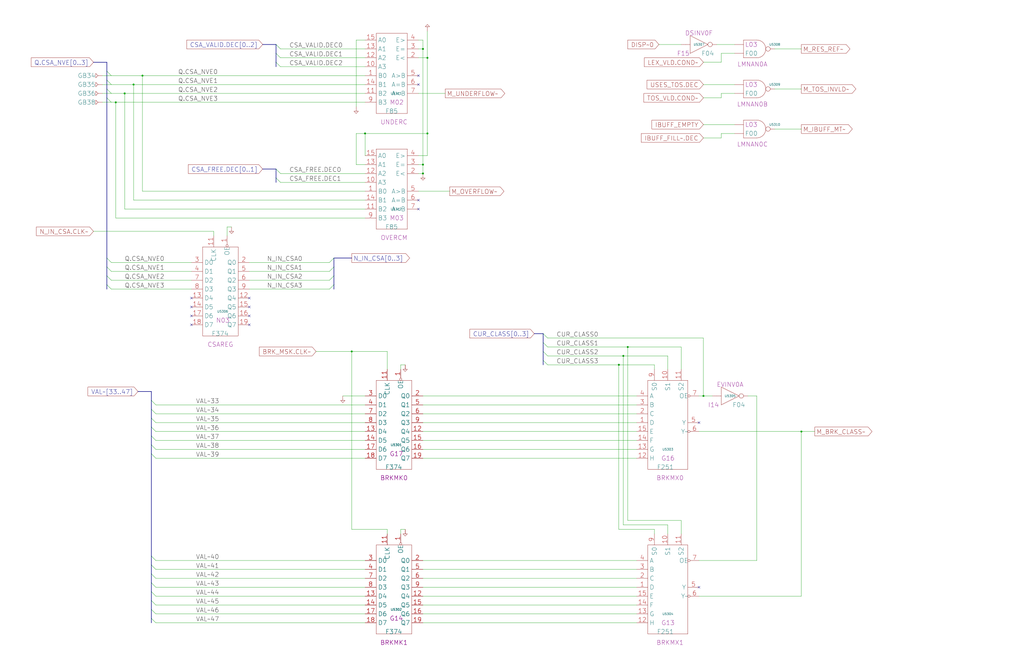
<source format=kicad_sch>
(kicad_sch (version 20220126) (generator eeschema)
  (paper "User" 584.2 378.46)
  (title_block (title "LATE MACRO EVENTS") (date "22-MAY-90") (rev "1.0") (comment 1 "SEQUENCER") (comment 2 "232-003064") (comment 3 "S400") (comment 4 "RELEASED"))
  (lib_symbols
    (symbol "r1000:F00" (pin_numbers hide) (pin_names hide)
      (property "Reference" "U" (at 15.24 0 0))
      (property "Value" "F00" (at 1.905 -5.08 0))
      (property "Location" "___" (at 1.905 0 0))
      (property "Name" "______" (at 2.54 -12.7 0))
      (symbol "F00_0_1"
        (polyline (pts (xy -2.54 -7.62) (xy 5.08 -7.62)) (stroke (width 0.1524)))
        (polyline (pts (xy -2.54 2.54) (xy -2.54 -7.62)) (stroke (width 0.1524)))
        (polyline (pts (xy -2.54 2.54) (xy 5.08 2.54)) (stroke (width 0.1524)))
        (arc (start 5.08 -7.62) (mid 10.1282 -2.54) (end 5.08 2.54) (stroke (width 0.1524)))
        (circle (center 11.43 -2.54) (radius 1.27) (stroke (width 0.1524)))
      )
      (symbol "F00_0_2"
        (circle (center -3.81 -5.08) (radius 1.27) (stroke (width 0.1524)))
        (circle (center -3.81 0) (radius 1.27) (stroke (width 0.1524)))
        (arc (start -3.175 -7.62) (mid -2.134 -2.54) (end -3.175 2.54) (stroke (width 0.1524)))
        (polyline (pts (xy -3.175 -7.62) (xy 3.81 -7.62)) (stroke (width 0.1524)))
        (polyline (pts (xy -3.175 2.54) (xy 3.81 2.54)) (stroke (width 0.1524)))
        (arc (start 3.81 -7.62) (mid 7.5855 -5.8306) (end 10.16 -2.54) (stroke (width 0.1524)))
        (arc (start 10.16 -2.54) (mid 7.5827 0.7471) (end 3.81 2.54) (stroke (width 0.1524)))
      )
      (symbol "F00_1_1"
        (pin input line (at -7.62 0 0) (length 5.08) (name "D0") (number "1"))
        (pin input line (at -7.62 -5.08 0) (length 5.08) (name "D1") (number "2"))
        (pin output line (at 15.24 -2.54 180) (length 2.54) (name "Q") (number "3"))
      )
      (symbol "F00_1_2"
        (pin input line (at -7.62 0 0) (length 2.54) (name "D0") (number "1"))
        (pin input line (at -7.62 -5.08 0) (length 2.54) (name "D1") (number "2"))
        (pin output line (at 15.24 -2.54 180) (length 5.08) (name "Q") (number "3"))
      )
    )
    (symbol "r1000:F04" (pin_numbers hide) (pin_names hide)
      (property "Reference" "U" (at 0 0 0))
      (property "Value" "F04" (at 1.27 -5.08 0))
      (property "Location" "___" (at -12.7 -5.08 0))
      (property "Name" "______" (at 0 5.08 0))
      (symbol "F04_0_1"
        (polyline (pts (xy -7.62 0) (xy -5.08 0)) (stroke (width 0.1524)))
        (polyline (pts (xy -5.08 5.08) (xy -5.08 -5.08)) (stroke (width 0.1524)))
        (polyline (pts (xy 5.08 0) (xy -5.08 -5.08)) (stroke (width 0.1524)))
        (polyline (pts (xy 5.08 0) (xy -5.08 5.08)) (stroke (width 0.1524)))
        (circle (center 6.35 0) (radius 1.27) (stroke (width 0.1524)))
      )
      (symbol "F04_1_1"
        (pin input line (at -10.16 0 0) (length 2.54) (name "D0") (number "1"))
        (pin output line (at 10.16 0 180) (length 2.54) (name "Q") (number "2"))
      )
    )
    (symbol "r1000:F251" (pin_names (offset 1.016))
      (property "Reference" "U" (at 2.54 5.08 0))
      (property "Value" "F251" (at -3.81 -5.08 0))
      (property "Location" "___" (at -1.27 0 0))
      (property "Name" "______" (at 3.81 -12.7 0))
      (symbol "F251_1_1"
        (rectangle (start -8.89 44.45) (end 13.97 -6.35))
        (circle (center 14.605 15.24) (radius 0.635))
        (circle (center 14.605 35.56) (radius 0.635))
        (pin input line (at -15.24 20.32 0) (length 6.35) (name "D") (number "1"))
        (pin input line (at 2.54 50.8 270) (length 6.35) (name "S1") (number "10"))
        (pin input line (at 10.16 50.8 270) (length 6.35) (name "S2") (number "11"))
        (pin input line (at -15.24 0 0) (length 6.35) (name "H") (number "12"))
        (pin input line (at -15.24 5.08 0) (length 6.35) (name "G") (number "13"))
        (pin input line (at -15.24 10.16 0) (length 6.35) (name "F") (number "14"))
        (pin input line (at -15.24 15.24 0) (length 6.35) (name "E") (number "15"))
        (pin input line (at -15.24 25.4 0) (length 6.35) (name "C") (number "2"))
        (pin input line (at -15.24 30.48 0) (length 6.35) (name "B") (number "3"))
        (pin input line (at -15.24 35.56 0) (length 6.35) (name "A") (number "4"))
        (pin tri_state line (at 20.32 20.32 180) (length 6.35) (name "Y") (number "5"))
        (pin tri_state line (at 20.32 15.24 180) (length 5.08) (name "Y~") (number "6"))
        (pin input line (at 20.32 35.56 180) (length 5.08) (name "OE") (number "7"))
        (pin input line (at -5.08 50.8 270) (length 6.35) (name "S0") (number "9"))
      )
    )
    (symbol "r1000:F374" (pin_names (offset 1.016))
      (property "Reference" "U" (at 2.54 5.08 0))
      (property "Value" "F374" (at -3.81 -7.62 0))
      (property "Location" "___" (at -1.27 0 0))
      (property "Name" "______" (at 1.27 -15.24 0))
      (symbol "F374_1_1"
        (rectangle (start -8.89 41.91) (end 11.43 -8.89))
        (circle (center 5.08 42.545) (radius 0.635))
        (pin input line (at 5.08 48.26 270) (length 5.08) (name "OE") (number "1"))
        (pin input line (at -2.54 48.26 270) (length 6.35) (name "CLK") (number "11"))
        (pin tri_state line (at 17.78 12.7 180) (length 6.35) (name "Q4") (number "12"))
        (pin input line (at -15.24 12.7 0) (length 6.35) (name "D4") (number "13"))
        (pin input line (at -15.24 7.62 0) (length 6.35) (name "D5") (number "14"))
        (pin tri_state line (at 17.78 7.62 180) (length 6.35) (name "Q5") (number "15"))
        (pin tri_state line (at 17.78 2.54 180) (length 6.35) (name "Q6") (number "16"))
        (pin input line (at -15.24 2.54 0) (length 6.35) (name "D6") (number "17"))
        (pin input line (at -15.24 -2.54 0) (length 6.35) (name "D7") (number "18"))
        (pin tri_state line (at 17.78 -2.54 180) (length 6.35) (name "Q7") (number "19"))
        (pin tri_state line (at 17.78 33.02 180) (length 6.35) (name "Q0") (number "2"))
        (pin input line (at -15.24 33.02 0) (length 6.35) (name "D0") (number "3"))
        (pin input line (at -15.24 27.94 0) (length 6.35) (name "D1") (number "4"))
        (pin tri_state line (at 17.78 27.94 180) (length 6.35) (name "Q1") (number "5"))
        (pin tri_state line (at 17.78 22.86 180) (length 6.35) (name "Q2") (number "6"))
        (pin input line (at -15.24 22.86 0) (length 6.35) (name "D2") (number "7"))
        (pin input line (at -15.24 17.78 0) (length 6.35) (name "D3") (number "8"))
        (pin tri_state line (at 17.78 17.78 180) (length 6.35) (name "Q3") (number "9"))
      )
    )
    (symbol "r1000:F85" (pin_names (offset 1.016))
      (property "Reference" "U" (at 2.54 5.08 0))
      (property "Value" "F85" (at -3.81 -5.08 0))
      (property "Location" "___" (at -1.27 0 0))
      (property "Name" "______" (at 1.27 -12.7 0))
      (symbol "F85_1_1"
        (rectangle (start -8.89 39.37) (end 8.89 -6.35))
        (pin input line (at -15.24 15.24 0) (length 6.35) (name "B0") (number "1"))
        (pin input line (at -15.24 20.32 0) (length 6.35) (name "A3") (number "10"))
        (pin input line (at -15.24 5.08 0) (length 6.35) (name "B2") (number "11"))
        (pin input line (at -15.24 25.4 0) (length 6.35) (name "A2") (number "12"))
        (pin input line (at -15.24 30.48 0) (length 6.35) (name "A1") (number "13"))
        (pin input line (at -15.24 10.16 0) (length 6.35) (name "B1") (number "14"))
        (pin input line (at -15.24 35.56 0) (length 6.35) (name "A0") (number "15"))
        (pin input line (at 15.24 25.4 180) (length 6.35) (name "E<") (number "2"))
        (pin input line (at 15.24 30.48 180) (length 6.35) (name "E=") (number "3"))
        (pin input line (at 15.24 35.56 180) (length 6.35) (name "E>") (number "4"))
        (pin output line (at 15.24 15.24 180) (length 6.35) (name "A>B") (number "5"))
        (pin output line (at 15.24 10.16 180) (length 6.35) (name "A=B") (number "6"))
        (pin output line (at 15.24 5.08 180) (length 6.35) (name "A<B") (number "7"))
        (pin input line (at -15.24 0 0) (length 6.35) (name "B3") (number "9"))
      )
    )
    (symbol "r1000:GB" (pin_numbers hide) (pin_names (offset 0) hide)
      (property "Reference" "GB" (at 3.81 0 0))
      (symbol "GB_0_1"
        (polyline (pts (xy 2.54 0) (xy 3.81 1.27) (xy 3.81 -1.27) (xy 2.54 0)) (stroke (width 0.1524)))
      )
      (symbol "GB_1_1"
        (pin bidirectional line (at 0 0 0) (length 2.54) (name "") (number "1"))
      )
    )
    (symbol "r1000:PD" (power) (pin_numbers hide) (pin_names hide) (in_bom no)
      (symbol "PD_0_1"
        (polyline (pts (xy 0 -2.54) (xy 1.27 -2.54) (xy 0 -3.81) (xy -1.27 -2.54) (xy 0 -2.54)) (stroke (width 0.1524)))
      )
      (symbol "PD_1_1"
        (pin power_in line (at 0 0 270) (length 2.54) (name "PD") (number "1"))
      )
    )
    (symbol "r1000:PU" (power) (pin_numbers hide) (pin_names hide)
      (symbol "PU_0_1"
        (polyline (pts (xy 0 2.54) (xy -1.27 2.54) (xy 0 3.81) (xy 1.27 2.54) (xy 0 2.54)) (stroke (width 0.1524)))
      )
      (symbol "PU_1_1"
        (pin power_in line (at 0 0 90) (length 2.54) (name "PU") (number "1"))
      )
    )
  )
  (bus (pts (xy 149.86 25.4) (xy 157.48 25.4)))
  (bus (pts (xy 149.86 96.52) (xy 157.48 96.52)))
  (bus (pts (xy 157.48 101.6) (xy 157.48 104.14)))
  (bus (pts (xy 157.48 25.4) (xy 157.48 30.48)))
  (bus (pts (xy 157.48 30.48) (xy 157.48 35.56)))
  (bus (pts (xy 157.48 35.56) (xy 157.48 38.1)))
  (bus (pts (xy 157.48 96.52) (xy 157.48 101.6)))
  (bus (pts (xy 190.5 147.32) (xy 190.5 152.4)))
  (bus (pts (xy 190.5 147.32) (xy 200.66 147.32)))
  (bus (pts (xy 190.5 152.4) (xy 190.5 157.48)))
  (bus (pts (xy 190.5 157.48) (xy 190.5 162.56)))
  (bus (pts (xy 190.5 162.56) (xy 190.5 165.1)))
  (bus (pts (xy 304.8 190.5) (xy 309.88 190.5)))
  (bus (pts (xy 309.88 190.5) (xy 309.88 195.58)))
  (bus (pts (xy 309.88 195.58) (xy 309.88 200.66)))
  (bus (pts (xy 309.88 200.66) (xy 309.88 205.74)))
  (bus (pts (xy 309.88 205.74) (xy 309.88 208.28)))
  (bus (pts (xy 53.34 35.56) (xy 60.96 35.56)))
  (bus (pts (xy 60.96 147.32) (xy 60.96 152.4)))
  (bus (pts (xy 60.96 152.4) (xy 60.96 157.48)))
  (bus (pts (xy 60.96 157.48) (xy 60.96 162.56)))
  (bus (pts (xy 60.96 162.56) (xy 60.96 165.1)))
  (bus (pts (xy 60.96 35.56) (xy 60.96 40.64)))
  (bus (pts (xy 60.96 40.64) (xy 60.96 45.72)))
  (bus (pts (xy 60.96 45.72) (xy 60.96 50.8)))
  (bus (pts (xy 60.96 50.8) (xy 60.96 55.88)))
  (bus (pts (xy 60.96 55.88) (xy 60.96 147.32)))
  (bus (pts (xy 78.74 223.52) (xy 86.36 223.52)))
  (bus (pts (xy 86.36 223.52) (xy 86.36 228.6)))
  (bus (pts (xy 86.36 228.6) (xy 86.36 233.68)))
  (bus (pts (xy 86.36 233.68) (xy 86.36 238.76)))
  (bus (pts (xy 86.36 238.76) (xy 86.36 243.84)))
  (bus (pts (xy 86.36 243.84) (xy 86.36 248.92)))
  (bus (pts (xy 86.36 248.92) (xy 86.36 254)))
  (bus (pts (xy 86.36 254) (xy 86.36 259.08)))
  (bus (pts (xy 86.36 259.08) (xy 86.36 317.5)))
  (bus (pts (xy 86.36 317.5) (xy 86.36 322.58)))
  (bus (pts (xy 86.36 322.58) (xy 86.36 327.66)))
  (bus (pts (xy 86.36 327.66) (xy 86.36 332.74)))
  (bus (pts (xy 86.36 332.74) (xy 86.36 337.82)))
  (bus (pts (xy 86.36 337.82) (xy 86.36 342.9)))
  (bus (pts (xy 86.36 342.9) (xy 86.36 347.98)))
  (bus (pts (xy 86.36 347.98) (xy 86.36 353.06)))
  (bus (pts (xy 86.36 353.06) (xy 86.36 355.6)))
  (wire (pts (xy 121.92 134.62) (xy 121.92 132.08)))
  (wire (pts (xy 129.54 129.54) (xy 129.54 134.62)))
  (wire (pts (xy 132.08 129.54) (xy 129.54 129.54)))
  (wire (pts (xy 142.24 149.86) (xy 187.96 149.86)))
  (wire (pts (xy 142.24 154.94) (xy 187.96 154.94)))
  (wire (pts (xy 142.24 160.02) (xy 187.96 160.02)))
  (wire (pts (xy 142.24 165.1) (xy 187.96 165.1)))
  (wire (pts (xy 160.02 104.14) (xy 208.28 104.14)))
  (wire (pts (xy 160.02 27.94) (xy 208.28 27.94)))
  (wire (pts (xy 160.02 33.02) (xy 208.28 33.02)))
  (wire (pts (xy 160.02 38.1) (xy 208.28 38.1)))
  (wire (pts (xy 160.02 99.06) (xy 208.28 99.06)))
  (wire (pts (xy 180.34 200.66) (xy 200.66 200.66)))
  (wire (pts (xy 195.58 226.06) (xy 208.28 226.06)))
  (wire (pts (xy 200.66 200.66) (xy 220.98 200.66)))
  (wire (pts (xy 200.66 302.26) (xy 200.66 200.66)))
  (wire (pts (xy 203.2 22.86) (xy 203.2 60.96)))
  (wire (pts (xy 203.2 76.2) (xy 203.2 93.98)))
  (wire (pts (xy 203.2 76.2) (xy 208.28 76.2)))
  (wire (pts (xy 208.28 109.22) (xy 81.28 109.22)))
  (wire (pts (xy 208.28 114.3) (xy 76.2 114.3)))
  (wire (pts (xy 208.28 119.38) (xy 71.12 119.38)))
  (wire (pts (xy 208.28 124.46) (xy 66.04 124.46)))
  (wire (pts (xy 208.28 22.86) (xy 203.2 22.86)))
  (wire (pts (xy 208.28 76.2) (xy 243.84 76.2)))
  (wire (pts (xy 208.28 88.9) (xy 208.28 76.2)))
  (wire (pts (xy 208.28 93.98) (xy 203.2 93.98)))
  (wire (pts (xy 220.98 200.66) (xy 220.98 210.82)))
  (wire (pts (xy 220.98 302.26) (xy 200.66 302.26)))
  (wire (pts (xy 220.98 304.8) (xy 220.98 302.26)))
  (wire (pts (xy 228.6 208.28) (xy 228.6 210.82)))
  (wire (pts (xy 228.6 302.26) (xy 228.6 304.8)))
  (wire (pts (xy 231.14 208.28) (xy 228.6 208.28)))
  (wire (pts (xy 231.14 302.26) (xy 228.6 302.26)))
  (wire (pts (xy 238.76 109.22) (xy 256.54 109.22)))
  (wire (pts (xy 238.76 22.86) (xy 241.3 22.86)))
  (wire (pts (xy 238.76 27.94) (xy 241.3 27.94)))
  (wire (pts (xy 238.76 33.02) (xy 243.84 33.02)))
  (wire (pts (xy 238.76 53.34) (xy 254 53.34)))
  (wire (pts (xy 238.76 88.9) (xy 243.84 88.9)))
  (wire (pts (xy 238.76 93.98) (xy 241.3 93.98)))
  (wire (pts (xy 238.76 99.06) (xy 241.3 99.06)))
  (wire (pts (xy 241.3 22.86) (xy 241.3 27.94)))
  (wire (pts (xy 241.3 226.06) (xy 363.22 226.06)))
  (wire (pts (xy 241.3 231.14) (xy 363.22 231.14)))
  (wire (pts (xy 241.3 236.22) (xy 363.22 236.22)))
  (wire (pts (xy 241.3 241.3) (xy 363.22 241.3)))
  (wire (pts (xy 241.3 246.38) (xy 363.22 246.38)))
  (wire (pts (xy 241.3 251.46) (xy 363.22 251.46)))
  (wire (pts (xy 241.3 256.54) (xy 363.22 256.54)))
  (wire (pts (xy 241.3 261.62) (xy 363.22 261.62)))
  (wire (pts (xy 241.3 27.94) (xy 241.3 93.98)))
  (wire (pts (xy 241.3 320.04) (xy 363.22 320.04)))
  (wire (pts (xy 241.3 325.12) (xy 363.22 325.12)))
  (wire (pts (xy 241.3 330.2) (xy 363.22 330.2)))
  (wire (pts (xy 241.3 335.28) (xy 363.22 335.28)))
  (wire (pts (xy 241.3 340.36) (xy 363.22 340.36)))
  (wire (pts (xy 241.3 345.44) (xy 363.22 345.44)))
  (wire (pts (xy 241.3 350.52) (xy 363.22 350.52)))
  (wire (pts (xy 241.3 355.6) (xy 363.22 355.6)))
  (wire (pts (xy 241.3 93.98) (xy 241.3 99.06)))
  (wire (pts (xy 243.84 33.02) (xy 243.84 17.78)))
  (wire (pts (xy 243.84 76.2) (xy 243.84 33.02)))
  (wire (pts (xy 243.84 88.9) (xy 243.84 76.2)))
  (wire (pts (xy 312.42 198.12) (xy 358.14 198.12)))
  (wire (pts (xy 353.06 208.28) (xy 312.42 208.28)))
  (wire (pts (xy 353.06 208.28) (xy 353.06 302.26)))
  (wire (pts (xy 355.6 203.2) (xy 312.42 203.2)))
  (wire (pts (xy 355.6 203.2) (xy 355.6 299.72)))
  (wire (pts (xy 358.14 198.12) (xy 358.14 297.18)))
  (wire (pts (xy 358.14 198.12) (xy 388.62 198.12)))
  (wire (pts (xy 373.38 208.28) (xy 353.06 208.28)))
  (wire (pts (xy 373.38 210.82) (xy 373.38 208.28)))
  (wire (pts (xy 373.38 302.26) (xy 353.06 302.26)))
  (wire (pts (xy 373.38 304.8) (xy 373.38 302.26)))
  (wire (pts (xy 375.92 25.4) (xy 388.62 25.4)))
  (wire (pts (xy 381 203.2) (xy 355.6 203.2)))
  (wire (pts (xy 381 210.82) (xy 381 203.2)))
  (wire (pts (xy 381 299.72) (xy 355.6 299.72)))
  (wire (pts (xy 381 304.8) (xy 381 299.72)))
  (wire (pts (xy 388.62 210.82) (xy 388.62 198.12)))
  (wire (pts (xy 388.62 297.18) (xy 358.14 297.18)))
  (wire (pts (xy 388.62 304.8) (xy 388.62 297.18)))
  (wire (pts (xy 398.78 226.06) (xy 401.32 226.06)))
  (wire (pts (xy 398.78 340.36) (xy 457.2 340.36)))
  (wire (pts (xy 401.32 193.04) (xy 312.42 193.04)))
  (wire (pts (xy 401.32 226.06) (xy 401.32 193.04)))
  (wire (pts (xy 401.32 35.56) (xy 411.48 35.56)))
  (wire (pts (xy 401.32 48.26) (xy 419.1 48.26)))
  (wire (pts (xy 401.32 55.88) (xy 411.48 55.88)))
  (wire (pts (xy 401.32 71.12) (xy 419.1 71.12)))
  (wire (pts (xy 401.32 78.74) (xy 411.48 78.74)))
  (wire (pts (xy 406.4 226.06) (xy 401.32 226.06)))
  (wire (pts (xy 408.94 25.4) (xy 419.1 25.4)))
  (wire (pts (xy 411.48 30.48) (xy 419.1 30.48)))
  (wire (pts (xy 411.48 35.56) (xy 411.48 30.48)))
  (wire (pts (xy 411.48 53.34) (xy 419.1 53.34)))
  (wire (pts (xy 411.48 55.88) (xy 411.48 53.34)))
  (wire (pts (xy 411.48 76.2) (xy 419.1 76.2)))
  (wire (pts (xy 411.48 78.74) (xy 411.48 76.2)))
  (wire (pts (xy 426.72 226.06) (xy 431.8 226.06)))
  (wire (pts (xy 431.8 226.06) (xy 431.8 320.04)))
  (wire (pts (xy 431.8 320.04) (xy 398.78 320.04)))
  (wire (pts (xy 441.96 27.94) (xy 457.2 27.94)))
  (wire (pts (xy 441.96 50.8) (xy 457.2 50.8)))
  (wire (pts (xy 441.96 73.66) (xy 457.2 73.66)))
  (wire (pts (xy 457.2 246.38) (xy 398.78 246.38)))
  (wire (pts (xy 457.2 246.38) (xy 457.2 340.36)))
  (wire (pts (xy 457.2 246.38) (xy 464.82 246.38)))
  (wire (pts (xy 53.34 132.08) (xy 121.92 132.08)))
  (wire (pts (xy 58.42 43.18) (xy 63.5 43.18)))
  (wire (pts (xy 58.42 48.26) (xy 63.5 48.26)))
  (wire (pts (xy 58.42 53.34) (xy 63.5 53.34)))
  (wire (pts (xy 58.42 58.42) (xy 63.5 58.42)))
  (wire (pts (xy 63.5 149.86) (xy 109.22 149.86)))
  (wire (pts (xy 63.5 154.94) (xy 109.22 154.94)))
  (wire (pts (xy 63.5 160.02) (xy 109.22 160.02)))
  (wire (pts (xy 63.5 165.1) (xy 109.22 165.1)))
  (wire (pts (xy 63.5 43.18) (xy 81.28 43.18)))
  (wire (pts (xy 63.5 48.26) (xy 76.2 48.26)))
  (wire (pts (xy 63.5 53.34) (xy 71.12 53.34)))
  (wire (pts (xy 63.5 58.42) (xy 66.04 58.42)))
  (wire (pts (xy 66.04 124.46) (xy 66.04 58.42)))
  (wire (pts (xy 66.04 58.42) (xy 208.28 58.42)))
  (wire (pts (xy 71.12 119.38) (xy 71.12 53.34)))
  (wire (pts (xy 71.12 53.34) (xy 208.28 53.34)))
  (wire (pts (xy 76.2 114.3) (xy 76.2 48.26)))
  (wire (pts (xy 76.2 48.26) (xy 208.28 48.26)))
  (wire (pts (xy 81.28 109.22) (xy 81.28 43.18)))
  (wire (pts (xy 81.28 43.18) (xy 208.28 43.18)))
  (wire (pts (xy 88.9 231.14) (xy 208.28 231.14)))
  (wire (pts (xy 88.9 236.22) (xy 208.28 236.22)))
  (wire (pts (xy 88.9 241.3) (xy 208.28 241.3)))
  (wire (pts (xy 88.9 246.38) (xy 208.28 246.38)))
  (wire (pts (xy 88.9 251.46) (xy 208.28 251.46)))
  (wire (pts (xy 88.9 256.54) (xy 208.28 256.54)))
  (wire (pts (xy 88.9 261.62) (xy 208.28 261.62)))
  (wire (pts (xy 88.9 320.04) (xy 208.28 320.04)))
  (wire (pts (xy 88.9 325.12) (xy 208.28 325.12)))
  (wire (pts (xy 88.9 330.2) (xy 208.28 330.2)))
  (wire (pts (xy 88.9 335.28) (xy 208.28 335.28)))
  (wire (pts (xy 88.9 340.36) (xy 208.28 340.36)))
  (wire (pts (xy 88.9 345.44) (xy 208.28 345.44)))
  (wire (pts (xy 88.9 350.52) (xy 208.28 350.52)))
  (wire (pts (xy 88.9 355.6) (xy 208.28 355.6)))
  (global_label "Q.CSA_NVE[0..3]" (shape input) (at 53.34 35.56 180) (effects (font (size 2.54 2.54))) (property "Intersheet References" "${INTERSHEET_REFS}" (at 17.7921 35.4013 0) (effects (font (size 2.54 2.54)) (justify right))))
  (global_label "N_IN_CSA.CLK~" (shape input) (at 53.34 132.08 180) (effects (font (size 2.54 2.54))) (property "Intersheet References" "${INTERSHEET_REFS}" (at 20.8159 131.9213 0) (effects (font (size 2.54 2.54)) (justify right))))
  (symbol (lib_id "r1000:GB") (at 58.42 43.18 0) (mirror y) (unit 1)
    (property "Reference" "GB34" (at 54.61 43.18 0) (effects (font (size 2.54 2.54)) (justify left)))
    (property "Value" "GB" (effects hide))
  )
  (symbol (lib_id "r1000:GB") (at 58.42 48.26 0) (mirror y) (unit 1)
    (property "Reference" "GB35" (at 54.61 48.26 0) (effects (font (size 2.54 2.54)) (justify left)))
    (property "Value" "GB" (effects hide))
  )
  (symbol (lib_id "r1000:GB") (at 58.42 53.34 0) (mirror y) (unit 1)
    (property "Reference" "GB36" (at 54.61 53.34 0) (effects (font (size 2.54 2.54)) (justify left)))
    (property "Value" "GB" (effects hide))
  )
  (symbol (lib_id "r1000:GB") (at 58.42 58.42 0) (mirror y) (unit 1)
    (property "Reference" "GB38" (at 54.61 58.42 0) (effects (font (size 2.54 2.54)) (justify left)))
    (property "Value" "GB" (effects hide))
  )
  (bus_entry (at 60.96 40.64) (size 2.54 2.54))
  (bus_entry (at 60.96 45.72) (size 2.54 2.54))
  (bus_entry (at 60.96 50.8) (size 2.54 2.54))
  (bus_entry (at 60.96 55.88) (size 2.54 2.54))
  (bus_entry (at 60.96 147.32) (size 2.54 2.54))
  (bus_entry (at 60.96 152.4) (size 2.54 2.54))
  (bus_entry (at 60.96 157.48) (size 2.54 2.54))
  (bus_entry (at 60.96 162.56) (size 2.54 2.54))
  (junction (at 66.04 58.42))
  (junction (at 71.12 53.34))
  (label "Q.CSA_NVE0" (at 71.12 149.86 0) (effects (font (size 2.54 2.54))))
  (label "Q.CSA_NVE1" (at 71.12 154.94 0) (effects (font (size 2.54 2.54))))
  (label "Q.CSA_NVE2" (at 71.12 160.02 0) (effects (font (size 2.54 2.54))))
  (label "Q.CSA_NVE3" (at 71.12 165.1 0) (effects (font (size 2.54 2.54))))
  (junction (at 76.2 48.26))
  (global_label "VAL~[33..47]" (shape input) (at 78.74 223.52 180) (effects (font (size 2.54 2.54))) (property "Intersheet References" "${INTERSHEET_REFS}" (at 50.2073 223.3613 0) (effects (font (size 2.54 2.54)) (justify right))))
  (junction (at 81.28 43.18))
  (bus_entry (at 86.36 228.6) (size 2.54 2.54))
  (bus_entry (at 86.36 233.68) (size 2.54 2.54))
  (bus_entry (at 86.36 238.76) (size 2.54 2.54))
  (bus_entry (at 86.36 243.84) (size 2.54 2.54))
  (bus_entry (at 86.36 248.92) (size 2.54 2.54))
  (bus_entry (at 86.36 254) (size 2.54 2.54))
  (bus_entry (at 86.36 259.08) (size 2.54 2.54))
  (bus_entry (at 86.36 317.5) (size 2.54 2.54))
  (bus_entry (at 86.36 322.58) (size 2.54 2.54))
  (bus_entry (at 86.36 327.66) (size 2.54 2.54))
  (bus_entry (at 86.36 332.74) (size 2.54 2.54))
  (bus_entry (at 86.36 337.82) (size 2.54 2.54))
  (bus_entry (at 86.36 342.9) (size 2.54 2.54))
  (bus_entry (at 86.36 347.98) (size 2.54 2.54))
  (bus_entry (at 86.36 353.06) (size 2.54 2.54))
  (label "Q.CSA_NVE0" (at 101.6 43.18 0) (effects (font (size 2.54 2.54))))
  (label "Q.CSA_NVE1" (at 101.6 48.26 0) (effects (font (size 2.54 2.54))))
  (label "Q.CSA_NVE2" (at 101.6 53.34 0) (effects (font (size 2.54 2.54))))
  (label "Q.CSA_NVE3" (at 101.6 58.42 0) (effects (font (size 2.54 2.54))))
  (no_connect (at 109.22 170.18))
  (no_connect (at 109.22 175.26))
  (no_connect (at 109.22 180.34))
  (no_connect (at 109.22 185.42))
  (label "VAL~33" (at 111.76 231.14 0) (effects (font (size 2.54 2.54))))
  (label "VAL~34" (at 111.76 236.22 0) (effects (font (size 2.54 2.54))))
  (label "VAL~35" (at 111.76 241.3 0) (effects (font (size 2.54 2.54))))
  (label "VAL~36" (at 111.76 246.38 0) (effects (font (size 2.54 2.54))))
  (label "VAL~37" (at 111.76 251.46 0) (effects (font (size 2.54 2.54))))
  (label "VAL~38" (at 111.76 256.54 0) (effects (font (size 2.54 2.54))))
  (label "VAL~39" (at 111.76 261.62 0) (effects (font (size 2.54 2.54))))
  (label "VAL~40" (at 111.76 320.04 0) (effects (font (size 2.54 2.54))))
  (label "VAL~41" (at 111.76 325.12 0) (effects (font (size 2.54 2.54))))
  (label "VAL~42" (at 111.76 330.2 0) (effects (font (size 2.54 2.54))))
  (label "VAL~43" (at 111.76 335.28 0) (effects (font (size 2.54 2.54))))
  (label "VAL~44" (at 111.76 340.36 0) (effects (font (size 2.54 2.54))))
  (label "VAL~45" (at 111.76 345.44 0) (effects (font (size 2.54 2.54))))
  (label "VAL~46" (at 111.76 350.52 0) (effects (font (size 2.54 2.54))))
  (label "VAL~47" (at 111.76 355.6 0) (effects (font (size 2.54 2.54))))
  (symbol (lib_id "r1000:F374") (at 124.46 182.88 0) (unit 1)
    (property "Reference" "U5306" (at 127 177.8 0))
    (property "Value" "F374" (at 120.65 190.5 0) (effects (font (size 2.54 2.54)) (justify left)))
    (property "Location" "N03" (at 123.19 182.88 0) (effects (font (size 2.54 2.54)) (justify left)))
    (property "Name" "CSAREG" (at 125.73 198.12 0) (effects (font (size 2.54 2.54)) (justify bottom)))
  )
  (symbol (lib_id "r1000:PD") (at 132.08 129.54 0) (unit 1) (in_bom no)
    (property "Reference" "#PWR0145" (effects hide))
    (property "Value" "PD" (effects hide))
  )
  (no_connect (at 142.24 170.18))
  (no_connect (at 142.24 175.26))
  (no_connect (at 142.24 180.34))
  (no_connect (at 142.24 185.42))
  (global_label "CSA_VALID.DEC[0..2]" (shape input) (at 149.86 25.4 180) (effects (font (size 2.54 2.54))) (property "Intersheet References" "${INTERSHEET_REFS}" (at 106.5711 25.2413 0) (effects (font (size 2.54 2.54)) (justify right))))
  (global_label "CSA_FREE.DEC[0..1]" (shape input) (at 149.86 96.52 180) (effects (font (size 2.54 2.54))) (property "Intersheet References" "${INTERSHEET_REFS}" (at 107.4178 96.3613 0) (effects (font (size 2.54 2.54)) (justify right))))
  (label "N_IN_CSA0" (at 152.4 149.86 0) (effects (font (size 2.54 2.54))))
  (label "N_IN_CSA1" (at 152.4 154.94 0) (effects (font (size 2.54 2.54))))
  (label "N_IN_CSA2" (at 152.4 160.02 0) (effects (font (size 2.54 2.54))))
  (label "N_IN_CSA3" (at 152.4 165.1 0) (effects (font (size 2.54 2.54))))
  (bus_entry (at 157.48 25.4) (size 2.54 2.54))
  (bus_entry (at 157.48 30.48) (size 2.54 2.54))
  (bus_entry (at 157.48 35.56) (size 2.54 2.54))
  (bus_entry (at 157.48 96.52) (size 2.54 2.54))
  (bus_entry (at 157.48 101.6) (size 2.54 2.54))
  (label "CSA_VALID.DEC0" (at 165.1 27.94 0) (effects (font (size 2.54 2.54))))
  (label "CSA_VALID.DEC1" (at 165.1 33.02 0) (effects (font (size 2.54 2.54))))
  (label "CSA_VALID.DEC2" (at 165.1 38.1 0) (effects (font (size 2.54 2.54))))
  (label "CSA_FREE.DEC0" (at 165.1 99.06 0) (effects (font (size 2.54 2.54))))
  (label "CSA_FREE.DEC1" (at 165.1 104.14 0) (effects (font (size 2.54 2.54))))
  (global_label "BRK_MSK.CLK~" (shape input) (at 180.34 200.66 180) (effects (font (size 2.54 2.54))) (property "Intersheet References" "${INTERSHEET_REFS}" (at 147.9369 200.5013 0) (effects (font (size 2.54 2.54)) (justify right))))
  (bus_entry (at 190.5 147.32) (size -2.54 2.54))
  (bus_entry (at 190.5 152.4) (size -2.54 2.54))
  (bus_entry (at 190.5 157.48) (size -2.54 2.54))
  (bus_entry (at 190.5 162.56) (size -2.54 2.54))
  (symbol (lib_id "r1000:PD") (at 195.58 226.06 0) (unit 1) (in_bom no)
    (property "Reference" "#PWR05301" (effects hide))
    (property "Value" "PD" (effects hide))
  )
  (global_label "N_IN_CSA[0..3]" (shape output) (at 200.66 147.32 0) (effects (font (size 2.54 2.54))) (property "Intersheet References" "${INTERSHEET_REFS}" (at 233.6679 147.1613 0) (effects (font (size 2.54 2.54)) (justify left))))
  (junction (at 200.66 200.66))
  (symbol (lib_id "r1000:PD") (at 203.2 60.96 0) (unit 1) (in_bom no)
    (property "Reference" "#PWR05302" (effects hide))
    (property "Value" "PD" (effects hide))
  )
  (junction (at 208.28 76.2))
  (symbol (lib_id "r1000:F85") (at 223.52 58.42 0) (unit 1)
    (property "Reference" "U5311" (at 226.06 53.34 0))
    (property "Value" "F85" (at 219.71 63.5 0) (effects (font (size 2.54 2.54)) (justify left)))
    (property "Location" "M02" (at 222.25 58.42 0) (effects (font (size 2.54 2.54)) (justify left)))
    (property "Name" "UNDERC" (at 224.79 71.12 0) (effects (font (size 2.54 2.54)) (justify bottom)))
  )
  (symbol (lib_id "r1000:F85") (at 223.52 124.46 0) (unit 1)
    (property "Reference" "U5312" (at 226.06 119.38 0))
    (property "Value" "F85" (at 219.71 129.54 0) (effects (font (size 2.54 2.54)) (justify left)))
    (property "Location" "M03" (at 222.25 124.46 0) (effects (font (size 2.54 2.54)) (justify left)))
    (property "Name" "OVERCM" (at 224.79 137.16 0) (effects (font (size 2.54 2.54)) (justify bottom)))
  )
  (symbol (lib_id "r1000:F374") (at 223.52 259.08 0) (unit 1)
    (property "Reference" "U5301" (at 226.06 254 0))
    (property "Value" "F374" (at 219.71 266.7 0) (effects (font (size 2.54 2.54)) (justify left)))
    (property "Location" "G17" (at 222.25 259.08 0) (effects (font (size 2.54 2.54)) (justify left)))
    (property "Name" "BRKMK0" (at 224.79 274.32 0) (effects (font (size 2.54 2.54)) (justify bottom)))
  )
  (symbol (lib_id "r1000:F374") (at 223.52 353.06 0) (unit 1)
    (property "Reference" "U5302" (at 226.06 347.98 0))
    (property "Value" "F374" (at 219.71 360.68 0) (effects (font (size 2.54 2.54)) (justify left)))
    (property "Location" "G14" (at 222.25 353.06 0) (effects (font (size 2.54 2.54)) (justify left)))
    (property "Name" "BRKMK1" (at 224.79 368.3 0) (effects (font (size 2.54 2.54)) (justify bottom)))
  )
  (symbol (lib_id "r1000:PD") (at 231.14 208.28 0) (unit 1) (in_bom no)
    (property "Reference" "#PWR0144" (effects hide))
    (property "Value" "PD" (effects hide))
  )
  (symbol (lib_id "r1000:PD") (at 231.14 302.26 0) (unit 1) (in_bom no)
    (property "Reference" "#PWR0146" (effects hide))
    (property "Value" "PD" (effects hide))
  )
  (no_connect (at 238.76 43.18))
  (no_connect (at 238.76 48.26))
  (no_connect (at 238.76 114.3))
  (no_connect (at 238.76 119.38))
  (junction (at 241.3 27.94))
  (junction (at 241.3 93.98))
  (junction (at 241.3 99.06))
  (symbol (lib_id "r1000:PD") (at 241.3 99.06 0) (unit 1) (in_bom no)
    (property "Reference" "#PWR05303" (effects hide))
    (property "Value" "PD" (effects hide))
  )
  (symbol (lib_id "r1000:PU") (at 243.84 17.78 0) (unit 1)
    (property "Reference" "#PWR05304" (effects hide))
    (property "Value" "PU" (effects hide))
  )
  (junction (at 243.84 33.02))
  (junction (at 243.84 76.2))
  (global_label "M_UNDERFLOW~" (shape output) (at 254 53.34 0) (effects (font (size 2.54 2.54))) (property "Intersheet References" "${INTERSHEET_REFS}" (at 287.9755 53.1813 0) (effects (font (size 2.54 2.54)) (justify left))))
  (global_label "M_OVERFLOW~" (shape output) (at 256.54 109.22 0) (effects (font (size 2.54 2.54))) (property "Intersheet References" "${INTERSHEET_REFS}" (at 287.4917 109.0613 0) (effects (font (size 2.54 2.54)) (justify left))))
  (global_label "CUR_CLASS[0..3]" (shape input) (at 304.8 190.5 180) (effects (font (size 2.54 2.54))) (property "Intersheet References" "${INTERSHEET_REFS}" (at 268.0426 190.3413 0) (effects (font (size 2.54 2.54)) (justify right))))
  (bus_entry (at 309.88 190.5) (size 2.54 2.54))
  (bus_entry (at 309.88 195.58) (size 2.54 2.54))
  (bus_entry (at 309.88 200.66) (size 2.54 2.54))
  (bus_entry (at 309.88 205.74) (size 2.54 2.54))
  (label "CUR_CLASS0" (at 317.5 193.04 0) (effects (font (size 2.54 2.54))))
  (label "CUR_CLASS1" (at 317.5 198.12 0) (effects (font (size 2.54 2.54))))
  (label "CUR_CLASS2" (at 317.5 203.2 0) (effects (font (size 2.54 2.54))))
  (label "CUR_CLASS3" (at 317.5 208.28 0) (effects (font (size 2.54 2.54))))
  (junction (at 353.06 208.28))
  (junction (at 355.6 203.2))
  (junction (at 358.14 198.12))
  (global_label "DISP~0" (shape input) (at 375.92 25.4 180) (effects (font (size 2.54 2.54))) (property "Intersheet References" "${INTERSHEET_REFS}" (at 358.1521 25.2413 0) (effects (font (size 2.54 2.54)) (justify right))))
  (symbol (lib_id "r1000:F251") (at 378.46 261.62 0) (unit 1)
    (property "Reference" "U5303" (at 381 256.54 0))
    (property "Value" "F251" (at 374.65 266.7 0) (effects (font (size 2.54 2.54)) (justify left)))
    (property "Location" "G16" (at 377.19 261.62 0) (effects (font (size 2.54 2.54)) (justify left)))
    (property "Name" "BRKMX0" (at 382.27 274.32 0) (effects (font (size 2.54 2.54)) (justify bottom)))
  )
  (symbol (lib_id "r1000:F251") (at 378.46 355.6 0) (unit 1)
    (property "Reference" "U5304" (at 381 350.52 0))
    (property "Value" "F251" (at 374.65 360.68 0) (effects (font (size 2.54 2.54)) (justify left)))
    (property "Location" "G13" (at 377.19 355.6 0) (effects (font (size 2.54 2.54)) (justify left)))
    (property "Name" "BRKMX1" (at 382.27 368.3 0) (effects (font (size 2.54 2.54)) (justify bottom)))
  )
  (symbol (lib_id "r1000:F04") (at 398.78 25.4 0) (unit 1)
    (property "Reference" "U5307" (at 398.78 25.4 0))
    (property "Value" "F04" (at 400.05 30.48 0) (effects (font (size 2.54 2.54)) (justify left)))
    (property "Location" "F15" (at 386.08 30.48 0) (effects (font (size 2.54 2.54)) (justify left)))
    (property "Name" "DSINV0F" (at 398.78 20.32 0) (effects (font (size 2.54 2.54)) (justify bottom)))
  )
  (no_connect (at 398.78 241.3))
  (no_connect (at 398.78 335.28))
  (global_label "LEX_VLD.COND~" (shape input) (at 401.32 35.56 180) (effects (font (size 2.54 2.54))) (property "Intersheet References" "${INTERSHEET_REFS}" (at 367.5864 35.4013 0) (effects (font (size 2.54 2.54)) (justify right))))
  (global_label "USES_TOS.DEC" (shape input) (at 401.32 48.26 180) (effects (font (size 2.54 2.54))) (property "Intersheet References" "${INTERSHEET_REFS}" (at 369.1588 48.1013 0) (effects (font (size 2.54 2.54)) (justify right))))
  (global_label "TOS_VLD.COND~" (shape input) (at 401.32 55.88 180) (effects (font (size 2.54 2.54))) (property "Intersheet References" "${INTERSHEET_REFS}" (at 367.3445 55.7213 0) (effects (font (size 2.54 2.54)) (justify right))))
  (global_label "IBUFF_EMPTY" (shape input) (at 401.32 71.12 180) (effects (font (size 2.54 2.54))) (property "Intersheet References" "${INTERSHEET_REFS}" (at 371.9407 70.9613 0) (effects (font (size 2.54 2.54)) (justify right))))
  (global_label "IBUFF_FILL~.DEC" (shape input) (at 401.32 78.74 180) (effects (font (size 2.54 2.54))) (property "Intersheet References" "${INTERSHEET_REFS}" (at 365.893 78.5813 0) (effects (font (size 2.54 2.54)) (justify right))))
  (junction (at 401.32 226.06))
  (symbol (lib_id "r1000:F04") (at 416.56 226.06 0) (unit 1)
    (property "Reference" "U5305" (at 416.56 226.06 0))
    (property "Value" "F04" (at 417.83 231.14 0) (effects (font (size 2.54 2.54)) (justify left)))
    (property "Location" "I14" (at 403.86 231.14 0) (effects (font (size 2.54 2.54)) (justify left)))
    (property "Name" "EVINV0A" (at 416.56 220.98 0) (effects (font (size 2.54 2.54)) (justify bottom)))
  )
  (symbol (lib_id "r1000:F00") (at 426.72 25.4 0) (unit 1)
    (property "Reference" "U5308" (at 441.96 25.4 0))
    (property "Value" "F00" (at 428.625 30.48 0) (effects (font (size 2.54 2.54))))
    (property "Location" "L03" (at 428.625 25.4 0) (effects (font (size 2.54 2.54))))
    (property "Name" "LMNAN0A" (at 429.26 38.1 0) (effects (font (size 2.54 2.54)) (justify bottom)))
  )
  (symbol (lib_id "r1000:F00") (at 426.72 48.26 0) (unit 1)
    (property "Reference" "U5309" (at 441.96 48.26 0))
    (property "Value" "F00" (at 428.625 53.34 0) (effects (font (size 2.54 2.54))))
    (property "Location" "L03" (at 428.625 48.26 0) (effects (font (size 2.54 2.54))))
    (property "Name" "LMNAN0B" (at 429.26 60.96 0) (effects (font (size 2.54 2.54)) (justify bottom)))
  )
  (symbol (lib_id "r1000:F00") (at 426.72 71.12 0) (unit 1)
    (property "Reference" "U5310" (at 441.96 71.12 0))
    (property "Value" "F00" (at 428.625 76.2 0) (effects (font (size 2.54 2.54))))
    (property "Location" "L03" (at 428.625 71.12 0) (effects (font (size 2.54 2.54))))
    (property "Name" "LMNAN0C" (at 429.26 83.82 0) (effects (font (size 2.54 2.54)) (justify bottom)))
  )
  (global_label "M_RES_REF~" (shape output) (at 457.2 27.94 0) (effects (font (size 2.54 2.54))) (property "Intersheet References" "${INTERSHEET_REFS}" (at 484.886 27.7813 0) (effects (font (size 2.54 2.54)) (justify left))))
  (global_label "M_TOS_INVLD~" (shape output) (at 457.2 50.8 0) (effects (font (size 2.54 2.54))) (property "Intersheet References" "${INTERSHEET_REFS}" (at 488.2727 50.6413 0) (effects (font (size 2.54 2.54)) (justify left))))
  (global_label "M_IBUFF_MT~" (shape output) (at 457.2 73.66 0) (effects (font (size 2.54 2.54))) (property "Intersheet References" "${INTERSHEET_REFS}" (at 486.2165 73.5013 0) (effects (font (size 2.54 2.54)) (justify left))))
  (junction (at 457.2 246.38))
  (global_label "M_BRK_CLASS~" (shape output) (at 464.82 246.38 0) (effects (font (size 2.54 2.54))) (property "Intersheet References" "${INTERSHEET_REFS}" (at 497.465 246.2213 0) (effects (font (size 2.54 2.54)) (justify left))))
)
</source>
